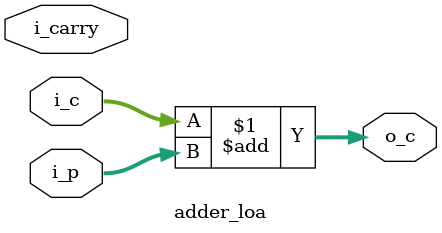
<source format=sv>


// https://solderpad.org/licenses/SHL-2.1/

// Unless required by applicable law or agreed to in writing, any work
// distributed under the License is distributed on an “AS IS” BASIS, WITHOUT
// WARRANTIES OR CONDITIONS OF ANY KIND, either express or implied. See the
// License for the specific language governing permissions and limitations
// under the License.

//
// Jordi Fornt <jfornt@bsc.es>

// ----------
// MACROS
// ----------

// Macro for MAX of 2 parameters
`define max2(a,b)  ((a) > (b) ? (a) : (b))

// --------------------
// MODULE DECLARATION
// --------------------

module adder_loa #(
    parameter A_APPROX = 0,
    parameter IP_W = 16,
    parameter OC_W = 16
)(
	// Data Inputs
    input  logic [IP_W-1:0]   	i_p,	    // First operand
	input  logic [OC_W-1:0]		i_c,	    // Second operand
    input  logic                i_carry,    // Carry in (IGNORED)
		
	// Data Outputs 
	output logic [OC_W-1:0]     o_c 	        // Sum output
);

// ---------------------
// Combinational part
// ---------------------

// Actual bits we compute exactly
localparam EXACT_W = `max2(IP_W,OC_W)-A_APPROX;

// LOW-BITS
logic [A_APPROX-1:0]     p_low, c_low, or_low;

logic carry_lower;

// HIGH-BITS -  Signed casting
logic signed [EXACT_W-1:0]     p_high;
logic signed [EXACT_W-1:0]     c_high, sum_high;

generate
    if (A_APPROX>0) begin
        
        // Assign LSBs to lower part
        assign p_low = i_p[A_APPROX-1:0];
        assign c_low = i_c[A_APPROX-1:0];

        // LOW-BITS - Inexact part (OR)
        assign or_low = p_low | c_low;

        // Assign MSBs to higher part (cast for sign extension)
        assign p_high = signed'(i_p[IP_W-1:A_APPROX]);
        assign c_high = signed'(i_c[OC_W-1:A_APPROX]);

        // Carry from lower part is the AND of the last LSB bits
        assign carry_lower = p_low[A_APPROX-1] & c_low[A_APPROX-1];

        // HIGH-BITS - Exact part
        assign sum_high = p_high + c_high + carry_lower;

        // Ensemble resulr
        assign o_c = {sum_high, or_low};

    // If no approximation is used (boring), just do the sum and bypass everything
    end else begin
        assign o_c = signed'(i_c) + signed'(i_p);
    end
endgenerate

endmodule

</source>
